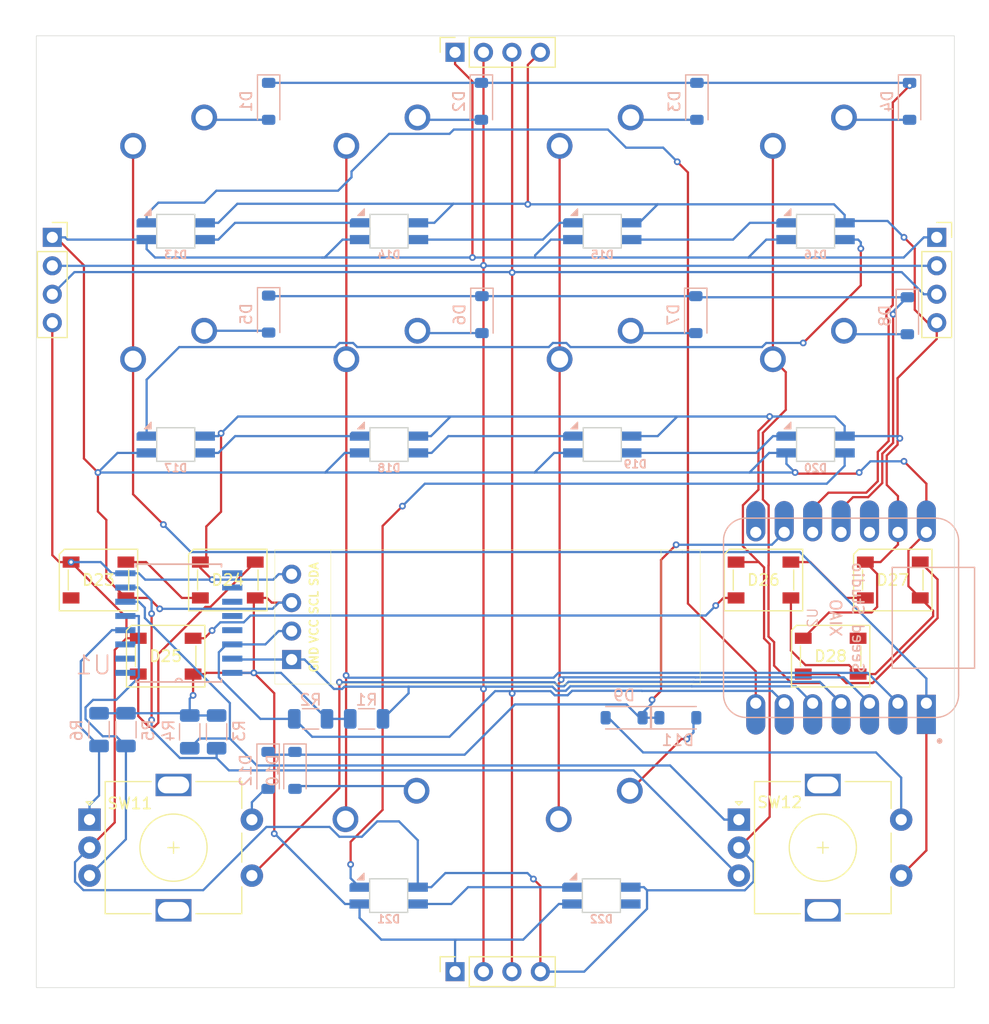
<source format=kicad_pcb>
(kicad_pcb (version 20240108) (generator "pcbnew") (generator_version "8.0")
  (layers (0 "F.Cu" signal) (31 "B.Cu" signal) (34 "B.Paste" user) (35 "F.Paste" user) (36 "B.SilkS" user "B.Silkscreen") (37 "F.SilkS" user "F.Silkscreen") (38 "B.Mask" user) (39 "F.Mask" user) (44 "Edge.Cuts" user))
  (net 0 "")
  (net 1 "ROW0")
  (net 2 "Net-(D1-A)")
  (net 3 "Net-(D2-A)")
  (net 4 "Net-(D3-A)")
  (net 5 "Net-(D4-A)")
  (net 6 "ROW1")
  (net 7 "Net-(D5-A)")
  (net 8 "Net-(D6-A)")
  (net 9 "Net-(D7-A)")
  (net 10 "Net-(D8-A)")
  (net 11 "ROW2")
  (net 12 "ENC_2_SWA")
  (net 13 "Net-(D10-A)")
  (net 14 "Net-(D11-A)")
  (net 15 "ENC_1_SWA")
  (net 16 "VCC")
  (net 17 "I2C_SDA")
  (net 18 "GND")
  (net 19 "I2C_SCL")
  (net 20 "ENC_2_B")
  (net 21 "ENC_2_A")
  (net 22 "ENC_1_B")
  (net 23 "ENC_1_A")
  (net 24 "COL0")
  (net 25 "COL1")
  (net 26 "COL2")
  (net 27 "COL3")
  (net 36 "RGB")
  (net 39 "Net-(D13-DOUT)")
  (net 40 "Net-(D14-DOUT)")
  (net 41 "Net-(D15-DOUT)")
  (net 42 "Net-(D16-DOUT)")
  (net 43 "Net-(D17-DOUT)")
  (net 44 "Net-(D18-DOUT)")
  (net 45 "Net-(D19-DOUT)")
  (net 46 "Net-(D20-DOUT)")
  (net 47 "Net-(D21-DOUT)")
  (net 49 "Net-(D23-DOUT)")
  (net 50 "STATUS_LED")
  (net 51 "Net-(D24-DOUT)")
  (net 52 "Net-(D25-DOUT)")
  (net 53 "Net-(D26-DOUT)")
  (net 54 "Net-(D27-DOUT)")
  (footprint "LED_SMD:LED_SK6812_PLCC4_5.0x5.0mm_P3.2mm" (layer "F.Cu") (at 123.05 98.4)
    (property "Reference" "D25")
    (property "Value" "SK6812")
  )
  (footprint "LED_SMD:LED_SK6812_PLCC4_5.0x5.0mm_P3.2mm" (layer "F.Cu") (at 182.45 98.4)
    (property "Reference" "D28")
    (property "Value" "SK6812")
  )
  (footprint "Components:MX-Solderable-1U" (layer "F.Cu") (at 181.1 55.37)
    (property "Reference" "SW4")
    (property "Value" "SW_Push_45deg")
  )
  (footprint "Components:MX-Solderable-1U" (layer "F.Cu") (at 161.97 115.5)
    (property "Reference" "SW10")
    (property "Value" "SW_Push_45deg")
  )
  (footprint "Components:MX-Solderable-1U" (layer "F.Cu") (at 123.95 55.37)
    (property "Reference" "SW1")
    (property "Value" "SW_Push_45deg")
  )
  (footprint "Components:4pin" (layer "F.Cu") (at 191.925 61)
    (property "Reference" "J5" (hide yes))
    (property "Value" "Conn_01x04")
  )
  (footprint "Components:SSD1306-0.91-OLED-4pin-128x32" (layer "F.Cu") (at 170.8 100.89 180)
    (property "Reference" "J1" (hide yes))
    (property "Value" "OLED_DISPLAY" (hide yes))
  )
  (footprint "LED_SMD:LED_SK6812_PLCC4_5.0x5.0mm_P3.2mm" (layer "F.Cu") (at 188 91.6)
    (property "Reference" "D27")
    (property "Value" "SK6812")
  )
  (footprint "Components:4pin" (layer "F.Cu") (at 112.925 61)
    (property "Reference" "J2" (hide yes))
    (property "Value" "Conn_01x04")
  )
  (footprint "Components:encoder" (layer "F.Cu") (at 174.25 113)
    (property "Reference" "SW12")
    (property "Value" "RotaryEncoder_Switch")
  )
  (footprint "LED_SMD:LED_SK6812_PLCC4_5.0x5.0mm_P3.2mm" (layer "F.Cu") (at 128.6 91.6)
    (property "Reference" "D24")
    (property "Value" "SK6812")
  )
  (footprint "LED_SMD:LED_SK6812_PLCC4_5.0x5.0mm_P3.2mm" (layer "F.Cu") (at 176.45 91.6)
    (property "Reference" "D26")
    (property "Value" "SK6812")
  )
  (footprint "LED_SMD:LED_SK6812_PLCC4_5.0x5.0mm_P3.2mm" (layer "F.Cu") (at 117.05 91.6)
    (property "Reference" "D23")
    (property "Value" "SK6812")
  )
  (footprint "Components:MX-Solderable-1U" (layer "F.Cu") (at 143 74.42)
    (property "Reference" "SW6")
    (property "Value" "SW_Push_45deg")
  )
  (footprint "Components:4pin" (layer "F.Cu") (at 148.9 44.475 90)
    (property "Reference" "J3" (hide yes))
    (property "Value" "Conn_01x04")
  )
  (footprint "Components:MX-Solderable-1U" (layer "F.Cu") (at 143 55.37)
    (property "Reference" "SW2")
    (property "Value" "SW_Push_45deg")
  )
  (footprint "Components:MX-Solderable-1U" (layer "F.Cu") (at 162.05 74.42)
    (property "Reference" "SW7")
    (property "Value" "SW_Push_45deg")
  )
  (footprint "Components:encoder" (layer "F.Cu") (at 116.25 113)
    (property "Reference" "SW11")
    (property "Value" "RotaryEncoder_Switch")
  )
  (footprint "Components:MX-Solderable-1U" (layer "F.Cu") (at 123.95 74.42)
    (property "Reference" "SW5")
    (property "Value" "SW_Push_45deg")
  )
  (footprint "Components:4pin" (layer "F.Cu") (at 148.9 126.575 90)
    (property "Reference" "J4" (hide yes))
    (property "Value" "Conn_01x04")
  )
  (footprint "Components:MX-Solderable-1U" (layer "F.Cu") (at 181.1 74.42)
    (property "Reference" "SW8")
    (property "Value" "SW_Push_45deg")
  )
  (footprint "Components:MX-Solderable-1U" (layer "F.Cu") (at 162.05 55.37)
    (property "Reference" "SW3")
    (property "Value" "SW_Push_45deg")
  )
  (footprint "Components:MX-Solderable-1U" (layer "F.Cu") (at 142.92 115.5)
    (property "Reference" "SW9")
    (property "Value" "SW_Push_45deg")
  )
  (footprint "Diode_SMD:D_SOD-123" (layer "B.Cu") (at 132.25 67.85 -90)
    (property "Reference" "D5")
    (property "Value" "D")
  )
  (footprint "Components:SK6812MINI-E" (layer "B.Cu") (at 162.05 79.5 180)
    (property "Reference" "D19")
    (property "Value" "SK6812" (hide yes))
    (fp_line (start 1.7 1.5) (end -1.7 1.5) (stroke (width 0.12)) (layer "Edge.Cuts"))
    (fp_line (start 1.7 -1.5) (end 1.7 1.5) (stroke (width 0.12)) (layer "Edge.Cuts"))
    (fp_line (start -1.7 1.5) (end -1.7 -1.5) (stroke (width 0.12)) (layer "Edge.Cuts"))
    (fp_line (start -1.7 -1.5) (end 1.7 -1.5) (stroke (width 0.12)) (layer "Edge.Cuts"))
  )
  (footprint "Resistor_SMD:R_1206_3216Metric" (layer "B.Cu") (at 125.2 105.1605 90)
    (property "Reference" "R4")
    (property "Value" "10k")
  )
  (footprint "Diode_SMD:D_SOD-123" (layer "B.Cu") (at 132.25 48.85 -90)
    (property "Reference" "D1")
    (property "Value" "D")
  )
  (footprint "Components:SK6812MINI-E" (layer "B.Cu") (at 142.97 119.7819 180)
    (property "Reference" "D21")
    (property "Value" "SK6812" (hide yes))
    (fp_line (start 1.7 1.5) (end -1.7 1.5) (stroke (width 0.12)) (layer "Edge.Cuts"))
    (fp_line (start 1.7 -1.5) (end 1.7 1.5) (stroke (width 0.12)) (layer "Edge.Cuts"))
    (fp_line (start -1.7 1.5) (end -1.7 -1.5) (stroke (width 0.12)) (layer "Edge.Cuts"))
    (fp_line (start -1.7 -1.5) (end 1.7 -1.5) (stroke (width 0.12)) (layer "Edge.Cuts"))
  )
  (footprint "Diode_SMD:D_SOD-123" (layer "B.Cu") (at 134.6 108.6 -90)
    (property "Reference" "D10")
    (property "Value" "D")
  )
  (footprint "Resistor_SMD:R_1206_3216Metric" (layer "B.Cu") (at 141 104 180)
    (property "Reference" "R1")
    (property "Value" "10k")
  )
  (footprint "Components:SK6812MINI-E" (layer "B.Cu") (at 181.1 60.45 180)
    (property "Reference" "D16")
    (property "Value" "SK6812" (hide yes))
    (fp_line (start 1.7 1.5) (end -1.7 1.5) (stroke (width 0.12)) (layer "Edge.Cuts"))
    (fp_line (start 1.7 -1.5) (end 1.7 1.5) (stroke (width 0.12)) (layer "Edge.Cuts"))
    (fp_line (start -1.7 1.5) (end -1.7 -1.5) (stroke (width 0.12)) (layer "Edge.Cuts"))
    (fp_line (start -1.7 -1.5) (end 1.7 -1.5) (stroke (width 0.12)) (layer "Edge.Cuts"))
  )
  (footprint "Components:SK6812MINI-E" (layer "B.Cu") (at 181.1 79.5 180)
    (property "Reference" "D20")
    (property "Value" "SK6812" (hide yes))
    (fp_line (start 1.7 1.5) (end -1.7 1.5) (stroke (width 0.12)) (layer "Edge.Cuts"))
    (fp_line (start 1.7 -1.5) (end 1.7 1.5) (stroke (width 0.12)) (layer "Edge.Cuts"))
    (fp_line (start -1.7 1.5) (end -1.7 -1.5) (stroke (width 0.12)) (layer "Edge.Cuts"))
    (fp_line (start -1.7 -1.5) (end 1.7 -1.5) (stroke (width 0.12)) (layer "Edge.Cuts"))
  )
  (footprint "Resistor_SMD:R_1206_3216Metric" (layer "B.Cu") (at 119.5 104.9605 90)
    (property "Reference" "R5")
    (property "Value" "10k")
  )
  (footprint "Diode_SMD:D_SOD-123" (layer "B.Cu") (at 151.25 48.85 -90)
    (property "Reference" "D2")
    (property "Value" "D")
  )
  (footprint "Diode_SMD:D_SOD-123" (layer "B.Cu") (at 170.4 67.9 -90)
    (property "Reference" "D7")
    (property "Value" "D")
  )
  (footprint "Resistor_SMD:R_1206_3216Metric" (layer "B.Cu") (at 117.1 104.9605 90)
    (property "Reference" "R6")
    (property "Value" "10k")
  )
  (footprint "Diode_SMD:D_SOD-123" (layer "B.Cu") (at 189.3 68 -90)
    (property "Reference" "D8")
    (property "Value" "D")
  )
  (footprint "Diode_SMD:D_SOD-123" (layer "B.Cu") (at 170.5 48.85 -90)
    (property "Reference" "D3")
    (property "Value" "D")
  )
  (footprint "Components:SK6812MINI-E" (layer "B.Cu") (at 143 79.5 180)
    (property "Reference" "D18")
    (property "Value" "SK6812" (hide yes))
    (fp_line (start 1.7 1.5) (end -1.7 1.5) (stroke (width 0.12)) (layer "Edge.Cuts"))
    (fp_line (start 1.7 -1.5) (end 1.7 1.5) (stroke (width 0.12)) (layer "Edge.Cuts"))
    (fp_line (start -1.7 1.5) (end -1.7 -1.5) (stroke (width 0.12)) (layer "Edge.Cuts"))
    (fp_line (start -1.7 -1.5) (end 1.7 -1.5) (stroke (width 0.12)) (layer "Edge.Cuts"))
  )
  (footprint "Components:SK6812MINI-E" (layer "B.Cu") (at 143 60.45 180)
    (property "Reference" "D14")
    (property "Value" "SK6812" (hide yes))
    (fp_line (start 1.7 1.5) (end -1.7 1.5) (stroke (width 0.12)) (layer "Edge.Cuts"))
    (fp_line (start 1.7 -1.5) (end 1.7 1.5) (stroke (width 0.12)) (layer "Edge.Cuts"))
    (fp_line (start -1.7 1.5) (end -1.7 -1.5) (stroke (width 0.12)) (layer "Edge.Cuts"))
    (fp_line (start -1.7 -1.5) (end 1.7 -1.5) (stroke (width 0.12)) (layer "Edge.Cuts"))
  )
  (footprint "Components:SK6812MINI-E" (layer "B.Cu") (at 123.95 60.45 180)
    (property "Reference" "D13")
    (property "Value" "SK6812" (hide yes))
    (fp_line (start 1.7 1.5) (end -1.7 1.5) (stroke (width 0.12)) (layer "Edge.Cuts"))
    (fp_line (start 1.7 -1.5) (end 1.7 1.5) (stroke (width 0.12)) (layer "Edge.Cuts"))
    (fp_line (start -1.7 1.5) (end -1.7 -1.5) (stroke (width 0.12)) (layer "Edge.Cuts"))
    (fp_line (start -1.7 -1.5) (end 1.7 -1.5) (stroke (width 0.12)) (layer "Edge.Cuts"))
  )
  (footprint "Components:SK6812MINI-E" (layer "B.Cu") (at 123.95 79.5 180)
    (property "Reference" "D17")
    (property "Value" "SK6812" (hide yes))
    (fp_line (start 1.7 1.5) (end -1.7 1.5) (stroke (width 0.12)) (layer "Edge.Cuts"))
    (fp_line (start 1.7 -1.5) (end 1.7 1.5) (stroke (width 0.12)) (layer "Edge.Cuts"))
    (fp_line (start -1.7 1.5) (end -1.7 -1.5) (stroke (width 0.12)) (layer "Edge.Cuts"))
    (fp_line (start -1.7 -1.5) (end 1.7 -1.5) (stroke (width 0.12)) (layer "Edge.Cuts"))
  )
  (footprint "Diode_SMD:D_SOD-123" (layer "B.Cu") (at 164 103.9 180)
    (property "Reference" "D9")
    (property "Value" "D")
  )
  (footprint "Components:SOIC127P1032X265-16N" (layer "B.Cu") (at 124.2248 95.445)
    (property "Reference" "U1")
    (property "Value" "PCF8574A")
  )
  (footprint "Components:SK6812MINI-E" (layer "B.Cu") (at 162.05 60.45 180)
    (property "Reference" "D15")
    (property "Value" "SK6812" (hide yes))
    (fp_line (start 1.7 1.5) (end -1.7 1.5) (stroke (width 0.12)) (layer "Edge.Cuts"))
    (fp_line (start 1.7 -1.5) (end 1.7 1.5) (stroke (width 0.12)) (layer "Edge.Cuts"))
    (fp_line (start -1.7 1.5) (end -1.7 -1.5) (stroke (width 0.12)) (layer "Edge.Cuts"))
    (fp_line (start -1.7 -1.5) (end 1.7 -1.5) (stroke (width 0.12)) (layer "Edge.Cuts"))
  )
  (footprint "Diode_SMD:D_SOD-123" (layer "B.Cu") (at 168.8 103.9)
    (property "Reference" "D11")
    (property "Value" "D")
  )
  (footprint "Resistor_SMD:R_1206_3216Metric" (layer "B.Cu") (at 136 104)
    (property "Reference" "R2")
    (property "Value" "10k")
  )
  (footprint "Diode_SMD:D_SOD-123" (layer "B.Cu") (at 189.5 48.85 -90)
    (property "Reference" "D4")
    (property "Value" "D")
  )
  (footprint "Diode_SMD:D_SOD-123" (layer "B.Cu") (at 132.2 108.6 -90)
    (property "Reference" "D12")
    (property "Value" "D")
  )
  (footprint "Resistor_SMD:R_1206_3216Metric" (layer "B.Cu") (at 127.6 105.1605 90)
    (property "Reference" "R3")
    (property "Value" "10k")
  )
  (footprint "Components:XIAO-Generic-Hybrid-14P-2.54-21X17.8MM" (layer "B.Cu") (at 183.38 94.975 90)
    (property "Reference" "U2")
    (property "Value" "MOUDLE-SEEEDUINO-XIAO" (hide yes))
  )
  (footprint "Components:SK6812MINI-E" (layer "B.Cu") (at 161.97 119.7819 180)
    (property "Reference" "D22")
    (property "Value" "SK6812" (hide yes))
    (fp_line (start 1.7 1.5) (end -1.7 1.5) (stroke (width 0.12)) (layer "Edge.Cuts"))
    (fp_line (start 1.7 -1.5) (end 1.7 1.5) (stroke (width 0.12)) (layer "Edge.Cuts"))
    (fp_line (start -1.7 1.5) (end -1.7 -1.5) (stroke (width 0.12)) (layer "Edge.Cuts"))
    (fp_line (start -1.7 -1.5) (end 1.7 -1.5) (stroke (width 0.12)) (layer "Edge.Cuts"))
  )
  (footprint "Diode_SMD:D_SOD-123" (layer "B.Cu") (at 151.3 67.9 -90)
    (property "Reference" "D6")
    (property "Value" "D")
  )
  (gr_rect (start 111.5 43) (end 193.5 128) (stroke (width 0.05)) (fill none) (layer "Edge.Cuts"))
  (segment (start 182.249952 83.8) (end 180.84 85.209952) (width 0.2) (layer "F.Cu") (net 1))
  (segment (start 186.660015 80.157294) (end 186.660015 82.774299) (width 0.2) (layer "F.Cu") (net 1))
  (segment (start 188 48.95) (end 188 67.051471) (width 0.2) (layer "F.Cu") (net 1))
  (segment (start 188 67.051471) (end 187.429 67.622471) (width 0.2) (layer "F.Cu") (net 1))
  (segment (start 186.660015 82.774299) (end 185.634314 83.8) (width 0.2) (layer "F.Cu") (net 1))
  (segment (start 189.5 47.45) (end 188 48.95) (width 0.2) (layer "F.Cu") (net 1))
  (segment (start 187.629 68.319529) (end 187.629 79.188309) (width 0.2) (layer "F.Cu") (net 1))
  (segment (start 187.629 79.188309) (end 186.660015 80.157294) (width 0.2) (layer "F.Cu") (net 1))
  (segment (start 187.429 68.119529) (end 187.629 68.319529) (width 0.2) (layer "F.Cu") (net 1))
  (segment (start 180.84 85.209952) (end 180.84 87.35) (width 0.2) (layer "F.Cu") (net 1))
  (segment (start 185.634314 83.8) (end 182.249952 83.8) (width 0.2) (layer "F.Cu") (net 1))
  (segment (start 187.429 67.622471) (end 187.429 68.119529) (width 0.2) (layer "F.Cu") (net 1))
  (via (at 189.5 47.45) (size 0.6) (drill 0.3) (layers "F.Cu" "B.Cu") (net 1))
  (segment (start 151.25 47.2) (end 170.5 47.2) (width 0.2) (layer "B.Cu") (net 1))
  (segment (start 132.25 47.2) (end 151.25 47.2) (width 0.2) (layer "B.Cu") (net 1))
  (segment (start 170.5 47.2) (end 189.5 47.2) (width 0.2) (layer "B.Cu") (net 1))
  (segment (start 126.53 50.25) (end 126.49 50.29) (width 0.2) (layer "B.Cu") (net 2))
  (segment (start 126.7 50.5) (end 126.49 50.29) (width 0.2) (layer "B.Cu") (net 2))
  (segment (start 132.25 50.5) (end 126.7 50.5) (width 0.2) (layer "B.Cu") (net 2))
  (segment (start 145.75 50.5) (end 145.54 50.29) (width 0.2) (layer "B.Cu") (net 3))
  (segment (start 145.58 50.25) (end 145.54 50.29) (width 0.2) (layer "B.Cu") (net 3))
  (segment (start 151.25 50.5) (end 145.75 50.5) (width 0.2) (layer "B.Cu") (net 3))
  (segment (start 164.63 50.25) (end 164.59 50.29) (width 0.2) (layer "B.Cu") (net 4))
  (segment (start 164.8 50.5) (end 164.59 50.29) (width 0.2) (layer "B.Cu") (net 4))
  (segment (start 170.5 50.5) (end 164.8 50.5) (width 0.2) (layer "B.Cu") (net 4))
  (segment (start 183.68 50.25) (end 183.64 50.29) (width 0.2) (layer "B.Cu") (net 5))
  (segment (start 183.85 50.5) (end 183.64 50.29) (width 0.2) (layer "B.Cu") (net 5))
  (segment (start 189.5 50.5) (end 183.85 50.5) (width 0.2) (layer "B.Cu") (net 5))
  (segment (start 183.38 85.263654) (end 183.38 87.35) (width 0.2) (layer "F.Cu") (net 6))
  (segment (start 184.443654 84.2) (end 183.38 85.263654) (width 0.2) (layer "F.Cu") (net 6))
  (segment (start 188.029 67.871) (end 188.029 79.353995) (width 0.2) (layer "F.Cu") (net 6))
  (segment (start 187.060015 82.939985) (end 185.8 84.2) (width 0.2) (layer "F.Cu") (net 6))
  (segment (start 185.8 84.2) (end 184.443654 84.2) (width 0.2) (layer "F.Cu") (net 6))
  (segment (start 188.029 79.353995) (end 187.060015 80.32298) (width 0.2) (layer "F.Cu") (net 6))
  (segment (start 187.060015 80.32298) (end 187.060015 82.939985) (width 0.2) (layer "F.Cu") (net 6))
  (via (at 188.029 67.871) (size 0.6) (drill 0.3) (layers "F.Cu" "B.Cu") (net 6))
  (segment (start 189.3 66.6) (end 189.2 66.5) (width 0.2) (layer "B.Cu") (net 6))
  (segment (start 132.3 66.5) (end 132.25 66.45) (width 0.2) (layer "B.Cu") (net 6))
  (segment (start 132.25 66.2) (end 132.3 66.2) (width 0.2) (layer "B.Cu") (net 6))
  (segment (start 170.4 66.25) (end 151.3 66.25) (width 0.2) (layer "B.Cu") (net 6))
  (segment (start 189.3 66.35) (end 188.029 67.621) (width 0.2) (layer "B.Cu") (net 6))
  (segment (start 132.3 66.2) (end 132.35 66.25) (width 0.2) (layer "B.Cu") (net 6))
  (segment (start 189.3 66.35) (end 170.5 66.35) (width 0.2) (layer "B.Cu") (net 6))
  (segment (start 170.5 66.35) (end 170.4 66.25) (width 0.2) (layer "B.Cu") (net 6))
  (segment (start 132.35 66.25) (end 151.3 66.25) (width 0.2) (layer "B.Cu") (net 6))
  (segment (start 188.029 67.621) (end 188.029 67.871) (width 0.2) (layer "B.Cu") (net 6))
  (segment (start 132.25 69.5) (end 132.2 69.5) (width 0.2) (layer "B.Cu") (net 7))
  (segment (start 132.2 69.5) (end 132.04 69.34) (width 0.2) (layer "B.Cu") (net 7))
  (segment (start 132.04 69.34) (end 126.49 69.34) (width 0.2) (layer "B.Cu") (net 7))
  (segment (start 126.58 69.25) (end 126.49 69.34) (width 0.2) (layer "B.Cu") (net 7))
  (segment (start 145.75 69.55) (end 145.54 69.34) (width 0.2) (layer "B.Cu") (net 8))
  (segment (start 151.3 69.55) (end 145.75 69.55) (width 0.2) (layer "B.Cu") (net 8))
  (segment (start 145.58 69.3) (end 145.54 69.34) (width 0.2) (layer "B.Cu") (net 8))
  (segment (start 164.8 69.55) (end 164.59 69.34) (width 0.2) (layer "B.Cu") (net 9))
  (segment (start 164.63 69.3) (end 164.59 69.34) (width 0.2) (layer "B.Cu") (net 9))
  (segment (start 170.4 69.55) (end 164.8 69.55) (width 0.2) (layer "B.Cu") (net 9))
  (segment (start 183.95 69.65) (end 183.64 69.34) (width 0.2) (layer "B.Cu") (net 10))
  (segment (start 189.3 69.65) (end 183.95 69.65) (width 0.2) (layer "B.Cu") (net 10))
  (segment (start 166.5 102.3) (end 167.3 101.5) (width 0.2) (layer "F.Cu") (net 11))
  (segment (start 167.3 89.7997) (end 168.648 88.4517) (width 0.2) (layer "F.Cu") (net 11))
  (segment (start 167.3 101.5) (end 167.3 89.7997) (width 0.2) (layer "F.Cu") (net 11))
  (via (at 166.5 102.3) (size 0.6) (drill 0.3) (layers "F.Cu" "B.Cu") (net 11))
  (via (at 168.648 88.4517) (size 0.6) (drill 0.3) (layers "F.Cu" "B.Cu") (net 11))
  (segment (start 167.4 103.9) (end 165.4 103.9) (width 0.2) (layer "B.Cu") (net 11))
  (segment (start 166.5 102.612) (end 165.306 103.806) (width 0.2) (layer "B.Cu") (net 11))
  (segment (start 149.754 107.2) (end 154.244 102.71) (width 0.2) (layer "B.Cu") (net 11))
  (segment (start 134.6 107.2) (end 149.754 107.2) (width 0.2) (layer "B.Cu") (net 11))
  (segment (start 165.306 103.806) (end 165.4 103.9) (width 0.2) (layer "B.Cu") (net 11))
  (segment (start 132.2 107.2) (end 134.6 107.2) (width 0.2) (layer "B.Cu") (net 11))
  (segment (start 164.21 102.71) (end 165.306 103.806) (width 0.2) (layer "B.Cu") (net 11))
  (segment (start 168.648 88.4517) (end 177.1983 88.4517) (width 0.2) (layer "B.Cu") (net 11))
  (segment (start 166.5 102.3) (end 166.5 102.612) (width 0.2) (layer "B.Cu") (net 11))
  (segment (start 154.244 102.71) (end 164.21 102.71) (width 0.2) (layer "B.Cu") (net 11))
  (segment (start 177.1983 88.4517) (end 178.3 87.35) (width 0.2) (layer "B.Cu") (net 11))
  (segment (start 165.7 107) (end 162.6 103.9) (width 0.2) (layer "B.Cu") (net 12))
  (segment (start 188.75 109.25) (end 186.5 107) (width 0.2) (layer "B.Cu") (net 12))
  (segment (start 186.5 107) (end 165.7 107) (width 0.2) (layer "B.Cu") (net 12))
  (segment (start 188.75 113) (end 188.75 109.25) (width 0.2) (layer "B.Cu") (net 12))
  (segment (start 134.6 110) (end 145.04 110) (width 0.2) (layer "B.Cu") (net 13))
  (segment (start 145.04 110) (end 145.46 110.42) (width 0.2) (layer "B.Cu") (net 13))
  (segment (start 169.13 105.8) (end 169.6 105.8) (width 0.2) (layer "F.Cu") (net 14))
  (segment (start 164.51 110.42) (end 169.13 105.8) (width 0.2) (layer "F.Cu") (net 14))
  (via (at 169.6 105.8) (size 0.6) (drill 0.3) (layers "F.Cu" "B.Cu") (net 14))
  (segment (start 169.6 105.8) (end 170.2 105.2) (width 0.2) (layer "B.Cu") (net 14))
  (segment (start 170.2 105.2) (end 170.2 103.9) (width 0.2) (layer "B.Cu") (net 14))
  (segment (start 130.75 111.45) (end 130.75 113) (width 0.2) (layer "B.Cu") (net 15))
  (segment (start 132.2 110) (end 130.75 111.45) (width 0.2) (layer "B.Cu") (net 15))
  (segment (start 189.398 88.952) (end 189.398 92.148) (width 0.2) (layer "F.Cu") (net 16))
  (segment (start 117 82) (end 117 85.4846) (width 0.2) (layer "F.Cu") (net 16))
  (segment (start 119.5 93.2) (end 121.546 93.2) (width 0.2) (layer "F.Cu") (net 16))
  (segment (start 121.546 93.2) (end 122.518 94.1721) (width 0.2) (layer "F.Cu") (net 16))
  (segment (start 184.9 100) (end 186.434314 100) (width 0.2) (layer "F.Cu") (net 16))
  (segment (start 115.75 63.5) (end 113.25 61) (width 0.2) (layer "F.Cu") (net 16))
  (segment (start 179.275736 82) (end 179.375736 82.1) (width 0.2) (layer "F.Cu") (net 16))
  (segment (start 191 87.35) (end 189.398 88.952) (width 0.2) (layer "F.Cu") (net 16))
  (segment (start 184.9 82.1) (end 185 82) (width 0.2) (layer "F.Cu") (net 16))
  (segment (start 148.9 45.5264) (end 148.9 44.475) (width 0.2) (layer "F.Cu") (net 16))
  (segment (start 180.2 99.2) (end 178.9 97.9) (width 0.2) (layer "F.Cu") (net 16))
  (segment (start 191.6 94.834314) (end 191.6 94.35) (width 0.2) (layer "F.Cu") (net 16))
  (segment (start 115.75 80.75) (end 115.75 63.5) (width 0.2) (layer "F.Cu") (net 16))
  (segment (start 184.1 99.2) (end 180.2 99.2) (width 0.2) (layer "F.Cu") (net 16))
  (segment (start 117 82) (end 115.75 80.75) (width 0.2) (layer "F.Cu") (net 16))
  (segment (start 117.75 91.45) (end 117.75 86.2346) (width 0.2) (layer "F.Cu") (net 16))
  (segment (start 113.25 61) (end 112.925 61) (width 0.2) (layer "F.Cu") (net 16))
  (segment (start 150.453 62.8) (end 150.453 47.0794) (width 0.2) (layer "F.Cu") (net 16))
  (segment (start 132.75 101.714) (end 130.926 99.89) (width 0.2) (layer "F.Cu") (net 16))
  (segment (start 130.926 93.5868) (end 130.926 99.89) (width 0.2) (layer "F.Cu") (net 16))
  (segment (start 126.662 99.89) (end 130.926 99.89) (width 0.2) (layer "F.Cu") (net 16))
  (segment (start 191 87.35) (end 191 83) (width 0.2) (layer "F.Cu") (net 16))
  (segment (start 119.5 93.2) (end 117.75 91.45) (width 0.2) (layer "F.Cu") (net 16))
  (segment (start 150.453 47.0794) (end 148.9 45.5264) (width 0.2) (layer "F.Cu") (net 16))
  (segment (start 186.434314 100) (end 191.6 94.834314) (width 0.2) (layer "F.Cu") (net 16))
  (segment (start 178.9 97.9) (end 178.9 93.2) (width 0.2) (layer "F.Cu") (net 16))
  (segment (start 134.3 93.62) (end 132.522 93.62) (width 0.2) (layer "F.Cu") (net 16))
  (segment (start 126.552 100) (end 126.662 99.89) (width 0.2) (layer "F.Cu") (net 16))
  (segment (start 132.102 93.2) (end 131.313 93.2) (width 0.2) (layer "F.Cu") (net 16))
  (segment (start 125.5 100) (end 126.552 100) (width 0.2) (layer "F.Cu") (net 16))
  (segment (start 117 85.4846) (end 117.75 86.2346) (width 0.2) (layer "F.Cu") (net 16))
  (segment (start 131.313 93.2) (end 130.926 93.5868) (width 0.2) (layer "F.Cu") (net 16))
  (segment (start 189.398 92.148) (end 190.45 93.2) (width 0.2) (layer "F.Cu") (net 16))
  (segment (start 132.75 114.25) (end 132.75 101.714) (width 0.2) (layer "F.Cu") (net 16))
  (segment (start 184.9 100) (end 184.1 99.2) (width 0.2) (layer "F.Cu") (net 16))
  (segment (start 132.522 93.62) (end 132.102 93.2) (width 0.2) (layer "F.Cu") (net 16))
  (segment (start 191 83) (end 189 81) (width 0.2) (layer "F.Cu") (net 16))
  (segment (start 191.6 94.35) (end 190.45 93.2) (width 0.2) (layer "F.Cu") (net 16))
  (segment (start 125.5 101.9) (end 125.5 100) (width 0.2) (layer "F.Cu") (net 16))
  (segment (start 131.05 93.2) (end 131.313 93.2) (width 0.2) (layer "F.Cu") (net 16))
  (segment (start 179.375736 82.1) (end 184.9 82.1) (width 0.2) (layer "F.Cu") (net 16))
  (via (at 189 81) (size 0.6) (drill 0.3) (layers "F.Cu" "B.Cu") (net 16))
  (via (at 117 82) (size 0.6) (drill 0.3) (layers "F.Cu" "B.Cu") (net 16))
  (via (at 150.453 62.8) (size 0.6) (drill 0.3) (layers "F.Cu" "B.Cu") (net 16))
  (via (at 125.5 101.9) (size 0.6) (drill 0.3) (layers "F.Cu" "B.Cu") (net 16))
  (via (at 179.275736 82) (size 0.6) (drill 0.3) (layers "F.Cu" "B.Cu") (net 16))
  (via (at 122.518 94.1721) (size 0.6) (drill 0.3) (layers "F.Cu" "B.Cu") (net 16))
  (via (at 132.75 114.25) (size 0.6) (drill 0.3) (layers "F.Cu" "B.Cu") (net 16))
  (via (at 130.926 99.89) (size 0.6) (drill 0.3) (layers "F.Cu" "B.Cu") (net 16))
  (via (at 185 82) (size 0.6) (drill 0.3) (layers "F.Cu" "B.Cu") (net 16))
  (segment (start 137.35 81.95) (end 137.3 82) (width 0.2) (layer "B.Cu") (net 16))
  (segment (start 158.168 120.532) (end 159.37 120.532) (width 0.2) (layer "B.Cu") (net 16))
  (segment (start 114.277 61.2) (end 114.077 61) (width 0.2) (layer "B.Cu") (net 16))
  (segment (start 175.2 82) (end 156 82) (width 0.2) (layer "B.Cu") (net 16))
  (segment (start 188.973 62.8) (end 190.773 61) (width 0.2) (layer "B.Cu") (net 16))
  (segment (start 137.462 104) (end 133.352 99.89) (width 0.2) (layer "B.Cu") (net 16))
  (segment (start 157.45 61.2) (end 156.05 62.6) (width 0.2) (layer "B.Cu") (net 16))
  (segment (start 156.05 62.6) (end 156.05 62.8) (width 0.2) (layer "B.Cu") (net 16))
  (segment (start 140.37 121.77) (end 142.315 123.715) (width 0.2) (layer "B.Cu") (net 16))
  (segment (start 178.5 80.25) (end 178.5 81.224264) (width 0.2) (layer "B.Cu") (net 16))
  (segment (start 121.35 62.05) (end 122.1 62.8) (width 0.2) (layer "B.Cu") (net 16))
  (segment (start 140.4 80.25) (end 139.05 80.25) (width 0.2) (layer "B.Cu") (net 16))
  (segment (start 137 62.8) (end 137.25 62.8) (width 0.2) (layer "B.Cu") (net 16))
  (segment (start 137.4625 104) (end 137.462 104) (width 0.2) (layer "B.Cu") (net 16))
  (segment (start 118.75 80.25) (end 117 82) (width 0.2) (layer "B.Cu") (net 16))
  (segment (start 154.985 123.715) (end 158.168 120.532) (width 0.2) (layer "B.Cu") (net 16))
  (segment (start 140.37 120.532) (end 140.37 121.77) (width 0.2) (layer "B.Cu") (net 16))
  (segment (start 138.85 61.2) (end 140.4 61.2) (width 0.2) (layer "B.Cu") (net 16))
  (segment (start 121.35 61.2) (end 114.277 61.2) (width 0.2) (layer "B.Cu") (net 16))
  (segment (start 122.1 62.8) (end 137 62.8) (width 0.2) (layer "B.Cu") (net 16))
  (segment (start 127.6 103.698) (end 125.2 103.698) (width 0.2) (layer "B.Cu") (net 16))
  (segment (start 119.503 103.495) (end 119.5 103.498) (width 0.2) (layer "B.Cu") (net 16))
  (segment (start 132.596 94.1721) (end 122.518 94.1721) (width 0.2) (layer "B.Cu") (net 16))
  (segment (start 134.3 93.62) (end 133.148 93.62) (width 0.2) (layer "B.Cu") (net 16))
  (segment (start 133.352 99.89) (end 130.926 99.89) (width 0.2) (layer "B.Cu") (net 16))
  (segment (start 176.95 80.25) (end 175.2 82) (width 0.2) (layer "B.Cu") (net 16))
  (segment (start 190.773 61) (end 191.925 61) (width 0.2) (layer "B.Cu") (net 16))
  (segment (start 159.45 61.2) (end 157.45 61.2) (width 0.2) (layer "B.Cu") (net 16))
  (segment (start 125.2 102.2) (end 125.2 103.698) (width 0.2) (layer "B.Cu") (net 16))
  (segment (start 121.35 80.25) (end 118.75 80.25) (width 0.2) (layer "B.Cu") (net 16))
  (segment (start 121.35 61.2) (end 121.35 62.05) (width 0.2) (layer "B.Cu") (net 16))
  (segment (start 133.148 93.62) (end 132.596 94.1721) (width 0.2) (layer "B.Cu") (net 16))
  (segment (start 156 82) (end 137.3 82) (width 0.2) (layer "B.Cu") (net 16))
  (segment (start 178.5 80.25) (end 176.95 80.25) (width 0.2) (layer "B.Cu") (net 16))
  (segment (start 176.7 61.2) (end 175.1 62.8) (width 0.2) (layer "B.Cu") (net 16))
  (segment (start 178.5 81.224264) (end 179.275736 82) (width 0.2) (layer "B.Cu") (net 16))
  (segment (start 149 123.715) (end 148.9 123.815) (width 0.2) (layer "B.Cu") (net 16))
  (segment (start 139.071 120.532) (end 140.3699 120.532) (width 0.2) (layer "B.Cu") (net 16))
  (segment (start 117.1 103.498) (end 119.5 103.498) (width 0.2) (layer "B.Cu") (net 16))
  (segment (start 132.789 114.25) (end 139.071 120.532) (width 0.2) (layer "B.Cu") (net 16))
  (segment (start 150.453 62.8) (end 137 62.8) (width 0.2) (layer "B.Cu") (net 16))
  (segment (start 175.1 62.8) (end 188.973 62.8) (width 0.2) (layer "B.Cu") (net 16))
  (segment (start 189 81) (end 186 81) (width 0.2) (layer "B.Cu") (net 16))
  (segment (start 125.5 101.9) (end 125.2 102.2) (width 0.2) (layer "B.Cu") (net 16))
  (segment (start 148.9 123.815) (end 148.9 126.575) (width 0.2) (layer "B.Cu") (net 16))
  (segment (start 140.3699 120.532) (end 140.37 120.532) (width 0.2) (layer "B.Cu") (net 16))
  (segment (start 130.926 99.89) (end 129 99.89) (width 0.2) (layer "B.Cu") (net 16))
  (segment (start 179.275736 82) (end 175.2 82) (width 0.2) (layer "B.Cu") (net 16))
  (segment (start 157.75 80.25) (end 156 82) (width 0.2) (layer "B.Cu") (net 16))
  (segment (start 137.3 82) (end 117 82) (width 0.2) (layer "B.Cu") (net 16))
  (segment (start 159.45 80.25) (end 157.75 80.25) (width 0.2) (layer "B.Cu") (net 16))
  (segment (start 132.75 114.25) (end 132.789 114.25) (width 0.2) (layer "B.Cu") (net 16))
  (segment (start 156.05 62.8) (end 175.1 62.8) (width 0.2) (layer "B.Cu") (net 16))
  (segment (start 140.3699 120.532) (end 140.37 120.5319) (width 0.2) (layer "B.Cu") (net 16))
  (segment (start 114.077 61) (end 112.925 61) (width 0.2) (layer "B.Cu") (net 16))
  (segment (start 149 123.715) (end 154.985 123.715) (width 0.2) (layer "B.Cu") (net 16))
  (segment (start 186 81) (end 185 82) (width 0.2) (layer "B.Cu") (net 16))
  (segment (start 159.37 120.5319) (end 159.37 120.532) (width 0.2) (layer "B.Cu") (net 16))
  (segment (start 137.25 62.8) (end 138.85 61.2) (width 0.2) (layer "B.Cu") (net 16))
  (segment (start 125.2 103.698) (end 124.997 103.495) (width 0.2) (layer "B.Cu") (net 16))
  (segment (start 142.315 123.715) (end 149 123.715) (width 0.2) (layer "B.Cu") (net 16))
  (segment (start 178.5 61.2) (end 176.7 61.2) (width 0.2) (layer "B.Cu") (net 16))
  (segment (start 139.5375 104) (end 137.4625 104) (width 0.2) (layer "B.Cu") (net 16))
  (segment (start 139.05 80.25) (end 137.35 81.95) (width 0.2) (layer "B.Cu") (net 16))
  (segment (start 124.997 103.495) (end 119.503 103.495) (width 0.2) (layer "B.Cu") (net 16))
  (segment (start 156.05 62.8) (end 150.453 62.8) (width 0.2) (layer "B.Cu") (net 16))
  (segment (start 151.44 101.325) (end 151.44 126.575) (width 0.2) (layer "F.Cu") (net 17))
  (segment (start 151.44 63.5) (end 151.44 44.475) (width 0.2) (layer "F.Cu") (net 17))
  (segment (start 151.44 63.5) (end 151.44 101.325) (width 0.2) (layer "F.Cu") (net 17))
  (via (at 151.44 63.5) (size 0.6) (drill 0.3) (layers "F.Cu" "B.Cu") (net 17))
  (via (at 151.44 101.325) (size 0.6) (drill 0.3) (layers "F.Cu" "B.Cu") (net 17))
  (segment (start 158.793215 101.4915) (end 159.193215 101.0915) (width 0.2) (layer "B.Cu") (net 17))
  (segment (start 170.042942 101.097) (end 179.337 101.097) (width 0.2) (layer "B.Cu") (net 17))
  (segment (start 151.44 63.5) (end 151.4 63.54) (width 0.2) (layer "B.Cu") (net 17))
  (segment (start 134.3 98.7) (end 135.452 98.7) (width 0.2) (layer "B.Cu") (net 17))
  (segment (start 144.75 101.125) (end 151.24 101.125) (width 0.2) (layer "B.Cu") (net 17))
  (segment (start 151.64 101.125) (end 157.598285 101.125) (width 0.2) (layer "B.Cu") (net 17))
  (segment (start 157.598285 101.125) (end 157.964785 101.4915) (width 0.2) (layer "B.Cu") (net 17))
  (segment (start 129 98.62) (end 129.08 98.7) (width 0.2) (layer "B.Cu") (net 17))
  (segment (start 170.037442 101.0915) (end 170.042942 101.097) (width 0.2) (layer "B.Cu") (net 17))
  (segment (start 157.964785 101.4915) (end 158.793215 101.4915) (width 0.2) (layer "B.Cu") (net 17))
  (segment (start 151.44 63.5) (end 151.48 63.54) (width 0.2) (layer "B.Cu") (net 17))
  (segment (start 179.337 101.097) (end 180.84 102.6) (width 0.2) (layer "B.Cu") (net 17))
  (segment (start 138.077 101.325) (end 138.815529 101.325) (width 0.2) (layer "B.Cu") (net 17))
  (segment (start 151.4 63.54) (end 112.925 63.54) (width 0.2) (layer "B.Cu") (net 17))
  (segment (start 138.815529 101.325) (end 139.015529 101.125) (width 0.2) (layer "B.Cu") (net 17))
  (segment (start 151.24 101.125) (end 151.44 101.325) (width 0.2) (layer "B.Cu") (net 17))
  (segment (start 139.015529 101.125) (end 144.75 101.125) (width 0.2) (layer "B.Cu") (net 17))
  (segment (start 129.08 98.7) (end 134.3 98.7) (width 0.2) (layer "B.Cu") (net 17))
  (segment (start 159.193215 101.0915) (end 170.037442 101.0915) (width 0.2) (layer "B.Cu") (net 17))
  (segment (start 151.48 63.54) (end 191.925 63.54) (width 0.2) (layer "B.Cu") (net 17))
  (segment (start 151.44 101.325) (end 151.64 101.125) (width 0.2) (layer "B.Cu") (net 17))
  (segment (start 144.75 101.7125) (end 144.75 101.125) (width 0.2) (layer "B.Cu") (net 17))
  (segment (start 142.4625 104) (end 144.75 101.7125) (width 0.2) (layer "B.Cu") (net 17))
  (segment (start 135.452 98.7) (end 138.077 101.325) (width 0.2) (layer "B.Cu") (net 17))
  (segment (start 174.61 84.923654) (end 174.61 88.58) (width 0.2) (layer "F.Cu") (net 18))
  (segment (start 189.96 67.4605) (end 191.12 68.62) (width 0.2) (layer "F.Cu") (net 18))
  (segment (start 114.6 90) (end 113.548 90) (width 0.2) (layer "F.Cu") (net 18))
  (segment (start 176.5 96.815686) (end 177 97.315686) (width 0.2) (layer "F.Cu") (net 18))
  (segment (start 128.001 78.501) (end 128 78.502) (width 0.2) (layer "F.Cu") (net 18))
  (segment (start 174 90) (end 176.03 90) (width 0.2) (layer "F.Cu") (net 18))
  (segment (start 188.629 78.95) (end 188.429 78.75) (width 0.2) (layer "F.Cu") (net 18))
  (segment (start 188.46 84.105656) (end 188.46 87.35) (width 0.2) (layer "F.Cu") (net 18))
  (segment (start 188.429 79.519681) (end 187.460015 80.488666) (width 0.2) (layer "F.Cu") (net 18))
  (segment (start 180 96.8) (end 182.3 94.5) (width 0.2) (layer "F.Cu") (net 18))
  (segment (start 188.429 78.75) (end 188.429 73.571) (width 0.2) (layer "F.Cu") (net 18))
  (segment (start 174.61 88.58) (end 176.03 90) (width 0.2) (layer "F.Cu") (net 18))
  (segment (start 155.4 45.595) (end 156.52 44.475) (width 0.2) (layer "F.Cu") (net 18))
  (segment (start 177 112.75) (end 174.25 115.5) (width 0.2) (layer "F.Cu") (net 18))
  (segment (start 126.15 90) (end 126.15 90.5164) (width 0.2) (layer "F.Cu") (net 18))
  (segment (start 177 77.282843) (end 176 78.282843) (width 0.2) (layer "F.Cu") (net 18))
  (segment (start 113.548 90) (end 112.925 89.377) (width 0.2) (layer "F.Cu") (net 18))
  (segment (start 176.5 90.47) (end 176.5 96.815686) (width 0.2) (layer "F.Cu") (net 18))
  (segment (start 126.15 90.5164) (end 127.202 91.5684) (width 0.2) (layer "F.Cu") (net 18))
  (segment (start 126.15 90) (end 126.676 90) (width 0.2) (layer "F.Cu") (net 18))
  (segment (start 176 83.533654) (end 174.61 84.923654) (width 0.2) (layer "F.Cu") (net 18))
  (segment (start 191.925 70.075) (end 191.925 68.62) (width 0.2) (layer "F.Cu") (net 18))
  (segment (start 185.55 90) (end 186.9 90) (width 0.2) (layer "F.Cu") (net 18))
  (segment (start 188.429 79.15) (end 188.429 79.519681) (width 0.2) (layer "F.Cu") (net 18))
  (segment (start 114.6 90) (end 119.548 94.948) (width 0.2) (layer "F.Cu") (net 18))
  (segment (start 118.5 113.25) (end 118.5 97.848) (width 0.2) (layer "F.Cu") (net 18))
  (segment (start 176.03 90) (end 176.5 90.47) (width 0.2) (layer "F.Cu") (net 18))
  (segment (start 112.925 89.377) (end 112.925 68.62) (width 0.2) (layer "F.Cu") (net 18))
  (segment (start 155.4 58.0485) (end 155.4 45.595) (width 0.2) (layer "F.Cu") (net 18))
  (segment (start 188.46 88.44) (end 188.46 87.35) (width 0.2) (layer "F.Cu") (net 18))
  (segment (start 116.25 115.5) (end 118.5 113.25) (width 0.2) (layer "F.Cu") (net 18))
  (segment (start 176 78.282843) (end 176 83.533654) (width 0.2) (layer "F.Cu") (net 18))
  (segment (start 189 61) (end 189.96 61.96) (width 0.2) (layer "F.Cu") (net 18))
  (segment (start 119.548 94.948) (end 119.548 96.8) (width 0.2) (layer "F.Cu") (net 18))
  (segment (start 128 78.502) (end 128 85.5) (width 0.2) (layer "F.Cu") (net 18))
  (segment (start 187.460015 83.105671) (end 188.46 84.105656) (width 0.2) (layer "F.Cu") (net 18))
  (segment (start 186.6 91.05) (end 185.55 90) (width 0.2) (layer "F.Cu") (net 18))
  (segment (start 186.6 94) (end 186.6 91.05) (width 0.2) (layer "F.Cu") (net 18))
  (segment (start 156.52 118.92) (end 156.52 126.575) (width 0.2) (layer "F.Cu") (net 18))
  (segment (start 188.429 73.571) (end 191.925 70.075) (width 0.2) (layer "F.Cu") (net 18))
  (segment (start 155.9 118.3) (end 156.52 118.92) (width 0.2) (layer "F.Cu") (net 18))
  (segment (start 177 77) (end 177 77.282843) (width 0.2) (layer "F.Cu") (net 18))
  (segment (start 128 85.5) (end 126.676 86.824) (width 0.2) (layer "F.Cu") (net 18))
  (segment (start 188.629 78.95) (end 188.429 79.15) (width 0.2) (layer "F.Cu") (net 18))
  (segment (start 189.96 61.96) (end 189.96 67.4605) (width 0.2) (layer "F.Cu") (net 18))
  (segment (start 120.6 96.8) (end 119.548 96.8) (width 0.2) (layer "F.Cu") (net 18))
  (segment (start 182.3 94.5) (end 186.1 94.5) (width 0.2) (layer "F.Cu") (net 18))
  (segment (start 191.12 68.62) (end 191.925 68.62) (width 0.2) (layer "F.Cu") (net 18))
  (segment (start 186.1 94.5) (end 186.6 94) (width 0.2) (layer "F.Cu") (net 18))
  (segment (start 187.460015 80.488666) (end 187.460015 83.105671) (width 0.2) (layer "F.Cu") (net 18))
  (segment (start 177 97.315686) (end 177 112.75) (width 0.2) (layer "F.Cu") (net 18))
  (segment (start 186.9 90) (end 188.46 88.44) (width 0.2) (layer "F.Cu") (net 18))
  (segment (start 118.5 97.848) (end 119.548 96.8) (width 0.2) (layer "F.Cu") (net 18))
  (segment (start 126.676 86.824) (end 126.676 90) (width 0.2) (layer "F.Cu") (net 18))
  (via (at 177 77) (size 0.6) (drill 0.3) (layers "F.Cu" "B.Cu") (net 18))
  (via (at 155.9 118.3) (size 0.6) (drill 0.3) (layers "F.Cu" "B.Cu") (net 18))
  (via (at 127.202 91.5684) (size 0.6) (drill 0.3) (layers "F.Cu" "B.Cu") (net 18))
  (via (at 114.6 90) (size 0.6) (drill 0.3) (layers "F.Cu" "B.Cu") (net 18))
  (via (at 188.629 78.95) (size 0.6) (drill 0.3) (layers "F.Cu" "B.Cu") (net 18))
  (via (at 189 61) (size 0.6) (drill 0.3) (layers "F.Cu" "B.Cu") (net 18))
  (via (at 155.4 58.0485) (size 0.6) (drill 0.3) (layers "F.Cu" "B.Cu") (net 18))
  (via (at 128.001 78.501) (size 0.6) (drill 0.3) (layers "F.Cu" "B.Cu") (net 18))
  (segment (start 189 61) (end 187.5329 59.5329) (width 0.2) (layer "B.Cu") (net 18))
  (segment (start 155.9 118.3) (end 155.366 117.766) (width 0.2) (layer "B.Cu") (net 18))
  (segment (start 156.72 126.775) (end 156.52 126.575) (width 0.2) (layer "B.Cu") (net 18))
  (segment (start 167 78.75) (end 168.75 77) (width 0.2) (layer "B.Cu") (net 18))
  (segment (start 129.502 77) (end 148.5 77) (width 0.2) (layer "B.Cu") (net 18))
  (segment (start 147.05 59.7) (end 145.6 59.7) (width 0.2) (layer "B.Cu") (net 18))
  (segment (start 148.037 117.766) (end 146.772 119.032) (width 0.2) (layer "B.Cu") (net 18))
  (segment (start 148.75 58) (end 155.3515 58) (width 0.2) (layer "B.Cu") (net 18))
  (segment (start 127.202 91.5684) (end 132.66 91.5684) (width 0.2) (layer "B.Cu") (net 18))
  (segment (start 183.7 78.75) (end 183.7 77.85) (width 0.2) (layer "B.Cu") (net 18))
  (segment (start 129.452 58) (end 148.75 58) (width 0.2) (layer "B.Cu") (net 18))
  (segment (start 155.4 58.0485) (end 167 58.0485) (width 0.2) (layer "B.Cu") (net 18))
  (segment (start 146.772 119.032) (end 145.5701 119.032) (width 0.2) (layer "B.Cu") (net 18))
  (segment (start 148.5 77) (end 168.75 77) (width 0.2) (layer "B.Cu") (net 18))
  (segment (start 182.749 58.0485) (end 183.7 59) (width 0.2) (layer "B.Cu") (net 18))
  (segment (start 168.75 77) (end 177 77) (width 0.2) (layer "B.Cu") (net 18))
  (segment (start 166.049 120.9629) (end 166.049 119.309) (width 0.2) (layer "B.Cu") (net 18))
  (segment (start 127.752 78.75) (end 126.55 78.75) (width 0.2) (layer "B.Cu") (net 18))
  (segment (start 141.949125 113.1561) (end 140.5761 114.529125) (width 0.2) (layer "B.Cu") (net 18))
  (segment (start 145.6 78.75) (end 146.75 78.75) (width 0.2) (layer "B.Cu") (net 18))
  (segment (start 145.5701 119.032) (end 145.57 119.0319) (width 0.2) (layer "B.Cu") (net 18))
  (segment (start 160.4369 126.575) (end 166.049 120.9629) (width 0.2) (layer "B.Cu") (net 18))
  (segment (start 166.049 119.309) (end 165.772 119.032) (width 0.2) (layer "B.Cu") (net 18))
  (segment (start 167 58.0485) (end 165.3485 59.7) (width 0.2) (layer "B.Cu") (net 18))
  (segment (start 126.55 59.7) (end 127.752 59.7) (width 0.2) (layer "B.Cu") (net 18))
  (segment (start 164.65 78.75) (end 167 78.75) (width 0.2) (layer "B.Cu") (net 18))
  (segment (start 114.95 116.8) (end 116.25 115.5) (width 0.2) (layer "B.Cu") (net 18))
  (segment (start 114.95 118.538478) (end 114.95 116.8) (width 0.2) (layer "B.Cu") (net 18))
  (segment (start 188.629 78.95) (end 188.429 78.75) (width 0.2) (layer "B.Cu") (net 18))
  (segment (start 115.711522 119.3) (end 114.95 118.538478) (width 0.2) (layer "B.Cu") (net 18))
  (segment (start 148.75 58) (end 147.05 59.7) (width 0.2) (layer "B.Cu") (net 18))
  (segment (start 127.752 59.7) (end 129.452 58) (width 0.2) (layer "B.Cu") (net 18))
  (segment (start 182.85 77) (end 177 77) (width 0.2) (layer "B.Cu") (net 18))
  (segment (start 165.3485 59.7) (end 164.65 59.7) (width 0.2) (layer "B.Cu") (net 18))
  (segment (start 156.52 126.575) (end 160.4369 126.575) (width 0.2) (layer "B.Cu") (net 18))
  (segment (start 146.75 78.75) (end 148.5 77) (width 0.2) (layer "B.Cu") (net 18))
  (segment (start 167 58.0485) (end 182.749 58.0485) (width 0.2) (layer "B.Cu") (net 18))
  (segment (start 155.366 117.766) (end 148.037 117.766) (width 0.2) (layer "B.Cu") (net 18))
  (segment (start 145.57 119.0319) (end 145.57 114.835225) (width 0.2) (layer "B.Cu") (net 18))
  (segment (start 183.7 77.85) (end 182.85 77) (width 0.2) (layer "B.Cu") (net 18))
  (segment (start 119.4496 91) (end 120.653 91) (width 0.2) (layer "B.Cu") (net 18))
  (segment (start 128.001 78.501) (end 127.752 78.75) (width 0.2) (layer "B.Cu") (net 18))
  (segment (start 138.567454 114.529125) (end 137.688329 113.65) (width 0.2) (layer "B.Cu") (net 18))
  (segment (start 121.221 91.5684) (end 127.202 91.5684) (width 0.2) (layer "B.Cu") (net 18))
  (segment (start 164.5701 119.032) (end 164.57 119.032) (width 0.2) (layer "B.Cu") (net 18))
  (segment (start 132.66 91.5684) (end 133.148 91.08) (width 0.2) (layer "B.Cu") (net 18))
  (segment (start 175.57 116.82) (end 175.57 118.518478) (width 0.2) (layer "B.Cu") (net 18))
  (segment (start 156.72 126.775) (end 156.52 126.775) (width 0.2) (layer "B.Cu") (net 18))
  (segment (start 133.148 91.08) (end 134.3 91.08) (width 0.2) (layer "B.Cu") (net 18))
  (segment (start 145.5701 119.032) (end 145.57 119.032) (width 0.2) (layer "B.Cu") (net 18))
  (segment (start 140.5761 114.529125) (end 138.567454 114.529125) (width 0.2) (layer "B.Cu") (net 18))
  (segment (start 175.57 118.518478) (end 174.779478 119.309) (width 0.2) (layer "B.Cu") (net 18))
  (segment (start 117.246 90) (end 118.246 91) (width 0.2) (layer "B.Cu") (net 18))
  (segment (start 174.25 115.5) (end 175.57 116.82) (width 0.2) (layer "B.Cu") (net 18))
  (segment (start 145.57 114.835225) (end 143.890875 113.1561) (width 0.2) (layer "B.Cu") (net 18))
  (segment (start 165.772 119.032) (end 164.5701 119.032) (width 0.2) (layer "B.Cu") (net 18))
  (segment (start 118.246 91) (end 119.4496 91) (width 0.2) (layer "B.Cu") (net 18))
  (segment (start 187.5329 59.5329) (end 183.7 59.5329) (width 0.2) (layer "B.Cu") (net 18))
  (segment (start 155.3515 58) (end 155.4 58.0485) (width 0.2) (layer "B.Cu") (net 18))
  (segment (start 143.890875 113.1561) (end 141.949125 113.1561) (width 0.2) (layer "B.Cu") (net 18))
  (segment (start 164.5701 119.032) (end 164.57 119.0319) (width 0.2) (layer "B.Cu") (net 18))
  (segment (start 114.6 90) (end 117.246 90) (width 0.2) (layer "B.Cu") (net 18))
  (segment (start 137.688329 113.65) (end 132.05 113.65) (width 0.2) (layer "B.Cu") (net 18))
  (segment (start 120.653 91) (end 121.221 91.5684) (width 0.2) (layer "B.Cu") (net 18))
  (segment (start 183.7 59) (end 183.7 59.5329) (width 0.2) (layer "B.Cu") (net 18))
  (segment (start 183.7 59.5329) (end 183.7 59.7) (width 0.2) (layer "B.Cu") (net 18))
  (segment (start 174.779478 119.309) (end 166.049 119.309) (width 0.2) (layer "B.Cu") (net 18))
  (segment (start 126.4 119.3) (end 115.711522 119.3) (width 0.2) (layer "B.Cu") (net 18))
  (segment (start 188.429 78.75) (end 183.7 78.75) (width 0.2) (layer "B.Cu") (net 18))
  (segment (start 128.001 78.501) (end 129.502 77) (width 0.2) (layer "B.Cu") (net 18))
  (segment (start 132.05 113.65) (end 126.4 119.3) (width 0.2) (layer "B.Cu") (net 18))
  (segment (start 154 64.14) (end 154 44.495) (width 0.2) (layer "F.Cu") (net 19))
  (segment (start 154 101.725) (end 153.98 101.745) (width 0.2) (layer "F.Cu") (net 19))
  (segment (start 154 101.725) (end 154 64.14) (width 0.2) (layer "F.Cu") (net 19))
  (segment (start 153.98 101.745) (end 153.98 126.575) (width 0.2) (layer "F.Cu") (net 19))
  (via (at 154 101.725) (size 0.6) (drill 0.3) (layers "F.Cu" "B.Cu") (net 19))
  (via (at 154 64.14) (size 0.6) (drill 0.3) (layers "F.Cu" "B.Cu") (net 19))
  (segment (start 152.475 101.525) (end 148.4 105.6) (width 0.2) (layer "B.Cu") (net 19))
  (segment (start 154 101.725) (end 154.2 101.525) (width 0.2) (layer "B.Cu") (net 19))
  (segment (start 188.793 64.1) (end 190.773 66.08) (width 0.2) (layer "B.Cu") (net 19))
  (segment (start 165.6 101.5) (end 177.2 101.5) (width 0.2) (layer "B.Cu") (net 19))
  (segment (start 136.1375 105.6) (end 134.5375 104) (width 0.2) (layer "B.Cu") (net 19))
  (segment (start 131.958 97.35) (end 129 97.35) (width 0.2) (layer "B.Cu") (net 19))
  (segment (start 127.7983 98.0533) (end 128.5016 97.35) (width 0.2) (layer "B.Cu") (net 19))
  (segment (start 131.512 104) (end 127.7983 100.2863) (width 0.2) (layer "B.Cu") (net 19))
  (segment (start 128.5016 97.35) (end 129 97.35) (width 0.2) (layer "B.Cu") (net 19))
  (segment (start 134.3 96.16) (end 133.148 96.16) (width 0.2) (layer "B.Cu") (net 19))
  (segment (start 158.958901 101.8915) (end 159.358901 101.4915) (width 0.2) (layer "B.Cu") (net 19))
  (segment (start 127.7983 100.2863) (end 127.7983 98.0533) (width 0.2) (layer "B.Cu") (net 19))
  (segment (start 154 64.14) (end 153.96 64.1) (width 0.2) (layer "B.Cu") (net 19))
  (segment (start 190.773 66.08) (end 191.925 66.08) (width 0.2) (layer "B.Cu") (net 19))
  (segment (start 159.358901 101.4915) (end 165.5915 101.4915) (width 0.2) (layer "B.Cu") (net 19))
  (segment (start 153.96 64.1) (end 114.905 64.1) (width 0.2) (layer "B.Cu") (net 19))
  (segment (start 134.5375 104) (end 131.512 104) (width 0.2) (layer "B.Cu") (net 19))
  (segment (start 154 64.14) (end 154.04 64.1) (width 0.2) (layer "B.Cu") (net 19))
  (segment (start 154 101.725) (end 153.8 101.525) (width 0.2) (layer "B.Cu") (net 19))
  (segment (start 153.8 101.525) (end 152.475 101.525) (width 0.2) (layer "B.Cu") (net 19))
  (segment (start 148.4 105.6) (end 136.1375 105.6) (width 0.2) (layer "B.Cu") (net 19))
  (segment (start 133.148 96.16) (end 131.958 97.35) (width 0.2) (layer "B.Cu") (net 19))
  (segment (start 114.905 64.1) (end 112.925 66.08) (width 0.2) (layer "B.Cu") (net 19))
  (segment (start 177.2 101.5) (end 178.3 102.6) (width 0.2) (layer "B.Cu") (net 19))
  (segment (start 154.2 101.525) (end 157.4326 101.525) (width 0.2) (layer "B.Cu") (net 19))
  (segment (start 165.5915 101.4915) (end 165.6 101.5) (width 0.2) (layer "B.Cu") (net 19))
  (segment (start 157.4326 101.525) (end 157.799099 101.8915) (width 0.2) (layer "B.Cu") (net 19))
  (segment (start 154.04 64.1) (end 188.793 64.1) (width 0.2) (layer "B.Cu") (net 19))
  (segment (start 157.799099 101.8915) (end 158.958901 101.8915) (width 0.2) (layer "B.Cu") (net 19))
  (segment (start 121.793 104.097) (end 121.793 94.6046) (width 0.2) (layer "F.Cu") (net 20))
  (via (at 121.793 94.6046) (size 0.6) (drill 0.3) (layers "F.Cu" "B.Cu") (net 20))
  (via (at 121.793 104.097) (size 0.6) (drill 0.3) (layers "F.Cu" "B.Cu") (net 20))
  (segment (start 121.793 94.6046) (end 121.793 93.4097) (width 0.2) (layer "B.Cu") (net 20))
  (segment (start 127.6 106.623) (end 127.6 107.502) (width 0.2) (layer "B.Cu") (net 20))
  (segment (start 121.793 104.968) (end 121.793 104.097) (width 0.2) (layer "B.Cu") (net 20))
  (segment (start 119.45 92.27) (end 119.4496 92.27) (width 0.2) (layer "B.Cu") (net 20))
  (segment (start 121.793 93.4097) (end 120.653 92.27) (width 0.2) (layer "B.Cu") (net 20))
  (segment (start 127.6 107.502) (end 128.7 108.601) (width 0.2) (layer "B.Cu") (net 20))
  (segment (start 128.7 108.601) (end 164.851 108.601) (width 0.2) (layer "B.Cu") (net 20))
  (segment (start 124.326 107.502) (end 121.793 104.968) (width 0.2) (layer "B.Cu") (net 20))
  (segment (start 127.6 107.502) (end 124.326 107.502) (width 0.2) (layer "B.Cu") (net 20))
  (segment (start 164.851 108.601) (end 174.25 118) (width 0.2) (layer "B.Cu") (net 20))
  (segment (start 120.653 92.27) (end 119.45 92.27) (width 0.2) (layer "B.Cu") (net 20))
  (segment (start 121.191 94.9914) (end 128.784 102.585) (width 0.2) (layer "B.Cu") (net 21))
  (segment (start 119.45 93.54) (end 119.4496 93.54) (width 0.2) (layer "B.Cu") (net 21))
  (segment (start 131.193 108.163) (end 168.111 108.163) (width 0.2) (layer "B.Cu") (net 21))
  (segment (start 119.45 93.54) (end 120.653 93.54) (width 0.2) (layer "B.Cu") (net 21))
  (segment (start 168.111 108.163) (end 172.948 113) (width 0.2) (layer "B.Cu") (net 21))
  (segment (start 121.191 94.078) (end 121.191 94.9914) (width 0.2) (layer "B.Cu") (net 21))
  (segment (start 128.784 105.754) (end 131.193 108.163) (width 0.2) (layer "B.Cu") (net 21))
  (segment (start 125.2 106.623) (end 126.069 105.754) (width 0.2) (layer "B.Cu") (net 21))
  (segment (start 120.653 93.54) (end 121.191 94.078) (width 0.2) (layer "B.Cu") (net 21))
  (segment (start 126.069 105.754) (end 128.784 105.754) (width 0.2) (layer "B.Cu") (net 21))
  (segment (start 128.784 102.585) (end 128.784 105.754) (width 0.2) (layer "B.Cu") (net 21))
  (segment (start 172.948 113) (end 174.25 113) (width 0.2) (layer "B.Cu") (net 21))
  (segment (start 115.892 102.977) (end 115.892 104.012) (width 0.2) (layer "B.Cu") (net 22))
  (segment (start 115.892 104.012) (end 117.434 105.554) (width 0.2) (layer "B.Cu") (net 22))
  (segment (start 116.25 118) (end 119.5 114.75) (width 0.2) (layer "B.Cu") (net 22))
  (segment (start 119.5 114.75) (end 119.5 106.423) (width 0.2) (layer "B.Cu") (net 22))
  (segment (start 119.45 94.81) (end 119.4496 94.81) (width 0.2) (layer "B.Cu") (net 22))
  (segment (start 120.653 100.282) (end 118.633 102.302) (width 0.2) (layer "B.Cu") (net 22))
  (segment (start 117.434 105.554) (end 118.631 105.554) (width 0.2) (layer "B.Cu") (net 22))
  (segment (start 120.653 94.81) (end 120.653 100.282) (width 0.2) (layer "B.Cu") (net 22))
  (segment (start 118.631 105.554) (end 119.5 106.423) (width 0.2) (layer "B.Cu") (net 22))
  (segment (start 118.633 102.302) (end 116.567 102.302) (width 0.2) (layer "B.Cu") (net 22))
  (segment (start 119.45 94.81) (end 120.653 94.81) (width 0.2) (layer "B.Cu") (net 22))
  (segment (start 116.567 102.302) (end 115.892 102.977) (width 0.2) (layer "B.Cu") (net 22))
  (segment (start 116.25 111.698) (end 116.25 113) (width 0.2) (layer "B.Cu") (net 23))
  (segment (start 118.246 96.08) (end 115.467 98.859) (width 0.2) (layer "B.Cu") (net 23))
  (segment (start 117.1 106.423) (end 117.1 110.848) (width 0.2) (layer "B.Cu") (net 23))
  (segment (start 117.1 110.848) (end 116.25 111.698) (width 0.2) (layer "B.Cu") (net 23))
  (segment (start 119.4496 96.08) (end 118.246 96.08) (width 0.2) (layer "B.Cu") (net 23))
  (segment (start 115.467 98.859) (end 115.467 104.79) (width 0.2) (layer "B.Cu") (net 23))
  (segment (start 115.467 104.79) (end 117.1 106.423) (width 0.2) (layer "B.Cu") (net 23))
  (segment (start 188.75 118) (end 191 115.75) (width 0.2) (layer "F.Cu") (net 24))
  (segment (start 120.14 71.88) (end 120.14 52.83) (width 0.2) (layer "F.Cu") (net 24))
  (segment (start 191 115.75) (end 191 102.6) (width 0.2) (layer "F.Cu") (net 24))
  (segment (start 122.85 86.65) (end 120.14 83.94) (width 0.2) (layer "F.Cu") (net 24))
  (segment (start 120.14 83.94) (end 120.14 71.88) (width 0.2) (layer "F.Cu") (net 24))
  (via (at 122.85 86.65) (size 0.6) (drill 0.3) (layers "F.Cu" "B.Cu") (net 24))
  (segment (start 174.733 89.1063) (end 174.734 89.1048) (width 0.2) (layer "B.Cu") (net 24))
  (segment (start 169.198 89.1048) (end 169.2 89.1063) (width 0.2) (layer "B.Cu") (net 24))
  (segment (start 179.7048 89.1048) (end 191 100.4) (width 0.2) (layer "B.Cu") (net 24))
  (segment (start 191 100.4) (end 191 102.6) (width 0.2) (layer "B.Cu") (net 24))
  (segment (start 125.3048 89.1048) (end 169.198 89.1048) (width 0.2) (layer "B.Cu") (net 24))
  (segment (start 174.734 89.1048) (end 179.7048 89.1048) (width 0.2) (layer "B.Cu") (net 24))
  (segment (start 122.85 86.65) (end 125.3048 89.1048) (width 0.2) (layer "B.Cu") (net 24))
  (segment (start 169.2 89.1063) (end 174.733 89.1063) (width 0.2) (layer "B.Cu") (net 24))
  (segment (start 139.19 71.88) (end 139.19 52.83) (width 0.2) (layer "F.Cu") (net 25))
  (segment (start 139.19 100.102597) (end 139.19 71.88) (width 0.2) (layer "F.Cu") (net 25))
  (segment (start 139.167597 100.125) (end 139.19 100.102597) (width 0.2) (layer "F.Cu") (net 25))
  (segment (start 139.167597 112.902403) (end 139.11 112.96) (width 0.2) (layer "F.Cu") (net 25))
  (segment (start 139.167597 100.125) (end 139.167597 112.902403) (width 0.2) (layer "F.Cu") (net 25))
  (via (at 139.167597 100.125) (size 0.6) (drill 0.3) (layers "F.Cu" "B.Cu") (net 25))
  (segment (start 185.7515 99.8915) (end 188.46 102.6) (width 0.2) (layer "B.Cu") (net 25))
  (segment (start 158.130471 99.8915) (end 185.7515 99.8915) (width 0.2) (layer "B.Cu") (net 25))
  (segment (start 157.696971 100.325) (end 158.130471 99.8915) (width 0.2) (layer "B.Cu") (net 25))
  (segment (start 139.367597 100.325) (end 139.167597 100.125) (width 0.2) (layer "B.Cu") (net 25))
  (segment (start 157.696971 100.325) (end 139.367597 100.325) (width 0.2) (layer "B.Cu") (net 25))
  (segment (start 158.24 71.88) (end 158.24 52.83) (width 0.2) (layer "F.Cu") (net 26))
  (segment (start 158.16 100.84) (end 158.16 112.96) (width 0.2) (layer "F.Cu") (net 26))
  (segment (start 158.24 100.3525) (end 158.24 71.88) (width 0.2) (layer "F.Cu") (net 26))
  (segment (start 158.379 100.4915) (end 158.379 100.621) (width 0.2) (layer "F.Cu") (net 26))
  (segment (start 158.379 100.4915) (end 158.24 100.3525) (width 0.2) (layer "F.Cu") (net 26))
  (segment (start 158.379 100.621) (end 158.16 100.84) (width 0.2) (layer "F.Cu") (net 26))
  (via (at 158.379 100.4915) (size 0.6) (drill 0.3) (layers "F.Cu" "B.Cu") (net 26))
  (segment (start 170.368814 100.2915) (end 170.372314 100.295) (width 0.2) (layer "B.Cu") (net 26))
  (segment (start 158.379 100.4915) (end 158.579 100.2915) (width 0.2) (layer "B.Cu") (net 26))
  (segment (start 170.372314 100.295) (end 183.615 100.295) (width 0.2) (layer "B.Cu") (net 26))
  (segment (start 183.615 100.295) (end 185.92 102.6) (width 0.2) (layer "B.Cu") (net 26))
  (segment (start 158.579 100.2915) (end 170.368814 100.2915) (width 0.2) (layer "B.Cu") (net 26))
  (segment (start 176.91 90.294314) (end 176.9 90.304314) (width 0.2) (layer "F.Cu") (net 27))
  (segment (start 176.9 90.304314) (end 176.9 96.65) (width 0.2) (layer "F.Cu") (net 27))
  (segment (start 181.58 100.8) (end 183.38 102.6) (width 0.2) (layer "F.Cu") (net 27))
  (segment (start 177.29 52.83) (end 177.29 71.88) (width 0.2) (layer "F.Cu") (net 27))
  (segment (start 176.9 96.65) (end 177.4 97.15) (width 0.2) (layer "F.Cu") (net 27))
  (segment (start 177.4 97.15) (end 177.4 99.25) (width 0.2) (layer "F.Cu") (net 27))
  (segment (start 178.44 76.408529) (end 176.4 78.448529) (width 0.2) (layer "F.Cu") (net 27))
  (segment (start 178.95 100.8) (end 181.58 100.8) (width 0.2) (layer "F.Cu") (net 27))
  (segment (start 130.75 118) (end 138.567 110.183) (width 0.2) (layer "F.Cu") (net 27))
  (segment (start 176.91 84.923654) (end 176.91 90.294314) (width 0.2) (layer "F.Cu") (net 27))
  (segment (start 176.4 78.448529) (end 176.4 84.413654) (width 0.2) (layer "F.Cu") (net 27))
  (segment (start 178.44 73.03) (end 178.44 76.408529) (width 0.2) (layer "F.Cu") (net 27))
  (segment (start 177.4 99.25) (end 178.95 100.8) (width 0.2) (layer "F.Cu") (net 27))
  (segment (start 176.4 84.413654) (end 176.91 84.923654) (width 0.2) (layer "F.Cu") (net 27))
  (segment (start 138.567 110.183) (end 138.567 100.725) (width 0.2) (layer "F.Cu") (net 27))
  (segment (start 177.29 71.88) (end 178.44 73.03) (width 0.2) (layer "F.Cu") (net 27))
  (via (at 138.567 100.725) (size 0.6) (drill 0.3) (layers "F.Cu" "B.Cu") (net 27))
  (segment (start 157.779 100.725) (end 138.567 100.725) (width 0.2) (layer "B.Cu") (net 27))
  (segment (start 158.130471 101.0915) (end 157.779 100.740029) (width 0.2) (layer "B.Cu") (net 27))
  (segment (start 158.627529 101.0915) (end 158.130471 101.0915) (width 0.2) (layer "B.Cu") (net 27))
  (segment (start 183.38 102.6) (end 181.475 100.695) (width 0.2) (layer "B.Cu") (net 27))
  (segment (start 170.203128 100.6915) (end 159.027529 100.6915) (width 0.2) (layer "B.Cu") (net 27))
  (segment (start 181.475 100.695) (end 170.206628 100.695) (width 0.2) (layer "B.Cu") (net 27))
  (segment (start 170.206628 100.695) (end 170.203128 100.6915) (width 0.2) (layer "B.Cu") (net 27))
  (segment (start 159.027529 100.6915) (end 158.627529 101.0915) (width 0.2) (layer "B.Cu") (net 27))
  (segment (start 157.779 100.740029) (end 157.779 100.725) (width 0.2) (layer "B.Cu") (net 27))
  (segment (start 175.76 99.76) (end 175.76 102.6) (width 0.2) (layer "F.Cu") (net 36))
  (segment (start 169.701 55.201) (end 169.701 93.701) (width 0.2) (layer "F.Cu") (net 36))
  (segment (start 169.701 93.701) (end 175.76 99.76) (width 0.2) (layer "F.Cu") (net 36))
  (segment (start 168.75 54.25) (end 169.701 55.201) (width 0.2) (layer "F.Cu") (net 36))
  (via (at 168.75 54.25) (size 0.6) (drill 0.3) (layers "F.Cu" "B.Cu") (net 36))
  (segment (start 167.4905 52.9905) (end 164.174 52.9905) (width 0.2) (layer "B.Cu") (net 36))
  (segment (start 126.513 57.9) (end 122.4 57.9) (width 0.2) (layer "B.Cu") (net 36))
  (segment (start 127.579 56.8342) (end 126.513 57.9) (width 0.2) (layer "B.Cu") (net 36))
  (segment (start 162.554 51.371) (end 148.788 51.371) (width 0.2) (layer "B.Cu") (net 36))
  (segment (start 121.35 58.95) (end 121.35 59.7) (width 0.2) (layer "B.Cu") (net 36))
  (segment (start 168.75 54.25) (end 167.4905 52.9905) (width 0.2) (layer "B.Cu") (net 36))
  (segment (start 164.174 52.9905) (end 162.554 51.371) (width 0.2) (layer "B.Cu") (net 36))
  (segment (start 148.788 51.371) (end 148.404 51.7541) (width 0.2) (layer "B.Cu") (net 36))
  (segment (start 148.404 51.7541) (end 143.012 51.7541) (width 0.2) (layer "B.Cu") (net 36))
  (segment (start 143.012 51.7541) (end 139.652 55.1147) (width 0.2) (layer "B.Cu") (net 36))
  (segment (start 138.451 56.8342) (end 127.579 56.8342) (width 0.2) (layer "B.Cu") (net 36))
  (segment (start 122.4 57.9) (end 121.35 58.95) (width 0.2) (layer "B.Cu") (net 36))
  (segment (start 139.652 55.1147) (end 139.652 55.6332) (width 0.2) (layer "B.Cu") (net 36))
  (segment (start 139.652 55.6332) (end 138.451 56.8342) (width 0.2) (layer "B.Cu") (net 36))
  (segment (start 127.752 61.2) (end 129.252 59.7) (width 0.2) (layer "B.Cu") (net 39))
  (segment (start 126.55 61.2) (end 127.752 61.2) (width 0.2) (layer "B.Cu") (net 39))
  (segment (start 129.252 59.7) (end 140.4 59.7) (width 0.2) (layer "B.Cu") (net 39))
  (segment (start 159.45 59.7) (end 158.248 59.7) (width 0.2) (layer "B.Cu") (net 40))
  (segment (start 158.248 59.7) (end 156.748 61.2) (width 0.2) (layer "B.Cu") (net 40))
  (segment (start 156.748 61.2) (end 145.6 61.2) (width 0.2) (layer "B.Cu") (net 40))
  (segment (start 173.731 61.2) (end 175.231 59.7) (width 0.2) (layer "B.Cu") (net 41))
  (segment (start 175.231 59.7) (end 178.5 59.7) (width 0.2) (layer "B.Cu") (net 41))
  (segment (start 164.65 61.2) (end 173.731 61.2) (width 0.2) (layer "B.Cu") (net 41))
  (segment (start 185.143 62) (end 185.143 65.287) (width 0.2) (layer "F.Cu") (net 42))
  (segment (start 185.143 65.287) (end 180 70.43) (width 0.2) (layer "F.Cu") (net 42))
  (via (at 180 70.43) (size 0.6) (drill 0.3) (layers "F.Cu" "B.Cu") (net 42))
  (via (at 185.143 62) (size 0.6) (drill 0.3) (layers "F.Cu" "B.Cu") (net 42))
  (segment (start 176.689 70.43) (end 176.319 70.8) (width 0.2) (layer "B.Cu") (net 42))
  (segment (start 158.841 70.43) (end 157.639 70.43) (width 0.2) (layer "B.Cu") (net 42))
  (segment (start 138.589 70.43) (end 138.219 70.8) (width 0.2) (layer "B.Cu") (net 42))
  (segment (start 185.143 61.441) (end 184.902 61.2) (width 0.2) (layer "B.Cu") (net 42))
  (segment (start 121.35 73.7052) (end 121.35 78.75) (width 0.2) (layer "B.Cu") (net 42))
  (segment (start 184.902 61.2) (end 183.7 61.2) (width 0.2) (layer "B.Cu") (net 42))
  (segment (start 159.211 70.8) (end 158.841 70.43) (width 0.2) (layer "B.Cu") (net 42))
  (segment (start 124.255 70.8) (end 121.35 73.7052) (width 0.2) (layer "B.Cu") (net 42))
  (segment (start 176.319 70.8) (end 159.211 70.8) (width 0.2) (layer "B.Cu") (net 42))
  (segment (start 140.161 70.8) (end 139.791 70.43) (width 0.2) (layer "B.Cu") (net 42))
  (segment (start 157.269 70.8) (end 140.161 70.8) (width 0.2) (layer "B.Cu") (net 42))
  (segment (start 139.791 70.43) (end 138.589 70.43) (width 0.2) (layer "B.Cu") (net 42))
  (segment (start 157.639 70.43) (end 157.269 70.8) (width 0.2) (layer "B.Cu") (net 42))
  (segment (start 180 70.43) (end 176.689 70.43) (width 0.2) (layer "B.Cu") (net 42))
  (segment (start 138.219 70.8) (end 124.255 70.8) (width 0.2) (layer "B.Cu") (net 42))
  (segment (start 185.143 62) (end 185.143 61.441) (width 0.2) (layer "B.Cu") (net 42))
  (segment (start 127.752 80.25) (end 129.252 78.75) (width 0.2) (layer "B.Cu") (net 43))
  (segment (start 126.55 80.25) (end 127.752 80.25) (width 0.2) (layer "B.Cu") (net 43))
  (segment (start 129.252 78.75) (end 140.4 78.75) (width 0.2) (layer "B.Cu") (net 43))
  (segment (start 148.302 78.75) (end 159.45 78.75) (width 0.2) (layer "B.Cu") (net 44))
  (segment (start 146.802 80.25) (end 148.302 78.75) (width 0.2) (layer "B.Cu") (net 44))
  (segment (start 145.6 80.25) (end 146.802 80.25) (width 0.2) (layer "B.Cu") (net 44))
  (segment (start 177.298 78.75) (end 175.798 80.25) (width 0.2) (layer "B.Cu") (net 45))
  (segment (start 175.798 80.25) (end 164.65 80.25) (width 0.2) (layer "B.Cu") (net 45))
  (segment (start 178.5 78.75) (end 177.298 78.75) (width 0.2) (layer "B.Cu") (net 45))
  (segment (start 139.572 117) (end 139.572 114.98) (width 0.2) (layer "F.Cu") (net 46))
  (segment (start 139.572 114.98) (end 142.427 112.126) (width 0.2) (layer "F.Cu") (net 46))
  (segment (start 142.427 86.773) (end 144.2 85) (width 0.2) (layer "F.Cu") (net 46))
  (segment (start 142.427 112.126) (end 142.427 86.773) (width 0.2) (layer "F.Cu") (net 46))
  (via (at 144.2 85) (size 0.6) (drill 0.3) (layers "F.Cu" "B.Cu") (net 46))
  (via (at 139.572 117) (size 0.6) (drill 0.3) (layers "F.Cu" "B.Cu") (net 46))
  (segment (start 182.1 83) (end 183.7 81.4) (width 0.2) (layer "B.Cu") (net 46))
  (segment (start 183.7 81.4) (end 183.7 80.25) (width 0.2) (layer "B.Cu") (net 46))
  (segment (start 140.37 119.0319) (end 139.572 118.2339) (width 0.2) (layer "B.Cu") (net 46))
  (segment (start 144.2 85) (end 146.2 83) (width 0.2) (layer "B.Cu") (net 46))
  (segment (start 146.2 83) (end 182.1 83) (width 0.2) (layer "B.Cu") (net 46))
  (segment (start 139.572 118.2339) (end 139.572 117) (width 0.2) (layer "B.Cu") (net 46))
  (segment (start 159.3699 119.032) (end 150.057 119.032) (width 0.2) (layer "B.Cu") (net 47))
  (segment (start 145.5701 120.532) (end 145.57 120.5319) (width 0.2) (layer "B.Cu") (net 47))
  (segment (start 148.557 120.532) (end 145.5701 120.532) (width 0.2) (layer "B.Cu") (net 47))
  (segment (start 150.057 119.032) (end 148.557 120.532) (width 0.2) (layer "B.Cu") (net 47))
  (segment (start 145.5701 120.532) (end 145.57 120.532) (width 0.2) (layer "B.Cu") (net 47))
  (segment (start 159.37 119.032) (end 159.3699 119.032) (width 0.2) (layer "B.Cu") (net 47))
  (segment (start 159.3699 119.032) (end 159.37 119.0319) (width 0.2) (layer "B.Cu") (net 47))
  (segment (start 121.3 90) (end 124.5 93.2) (width 0.2) (layer "F.Cu") (net 49))
  (segment (start 124.5 93.2) (end 126.15 93.2) (width 0.2) (layer "F.Cu") (net 49))
  (segment (start 119.5 90) (end 121.3 90) (width 0.2) (layer "F.Cu") (net 49))
  (segment (start 131.05 90) (end 127.05 94) (width 0.2) (layer "F.Cu") (net 51))
  (segment (start 122.393 104.345529) (end 122.041529 104.697) (width 0.2) (layer "F.Cu") (net 51))
  (segment (start 122.041529 104.697) (end 121.544471 104.697) (width 0.2) (layer "F.Cu") (net 51))
  (segment (start 122.393 98.207) (end 122.393 104.345529) (width 0.2) (layer "F.Cu") (net 51))
  (segment (start 127.05 94) (end 126.6 94) (width 0.2) (layer "F.Cu") (net 51))
  (segment (start 126.6 94) (end 122.393 98.207) (width 0.2) (layer "F.Cu") (net 51))
  (segment (start 121.544471 104.697) (end 120.6 103.752529) (width 0.2) (layer "F.Cu") (net 51))
  (segment (start 120.6 103.752529) (end 120.6 100) (width 0.2) (layer "F.Cu") (net 51))
  (segment (start 172.86787 93.2) (end 174 93.2) (width 0.2) (layer "F.Cu") (net 52))
  (segment (start 172.183935 93.883935) (end 172.86787 93.2) (width 0.2) (layer "F.Cu") (net 52))
  (segment (start 127.2 96.1116) (end 126.5116 96.8) (width 0.2) (layer "F.Cu") (net 52))
  (segment (start 126.5116 96.8) (end 125.5 96.8) (width 0.2) (layer "F.Cu") (net 52))
  (via (at 127.2 96.1116) (size 0.6) (drill 0.3) (layers "F.Cu" "B.Cu") (net 52))
  (via (at 172.183935 93.883935) (size 0.6) (drill 0.3) (layers "F.Cu" "B.Cu") (net 52))
  (segment (start 127.9332 95.3784) (end 127.2 96.1116) (width 0.2) (layer "B.Cu") (net 52))
  (segment (start 130.027 95.3784) (end 127.9332 95.3784) (width 0.2) (layer "B.Cu") (net 52))
  (segment (start 172.183935 93.883935) (end 171.29617 94.7717) (width 0.2) (layer "B.Cu") (net 52))
  (segment (start 130.633 94.7717) (end 130.027 95.3784) (width 0.2) (layer "B.Cu") (net 52))
  (segment (start 171.29617 94.7717) (end 130.633 94.7717) (width 0.2) (layer "B.Cu") (net 52))
  (segment (start 185.55 93.2) (end 183.825 93.2) (width 0.2) (layer "F.Cu") (net 53))
  (segment (start 183.825 93.2) (end 180.625 90) (width 0.2) (layer "F.Cu") (net 53))
  (segment (start 180.625 90) (end 178.9 90) (width 0.2) (layer "F.Cu") (net 53))
  (segment (start 186.2 100.8) (end 192 95) (width 0.2) (layer "F.Cu") (net 54))
  (segment (start 183.05 100) (end 183.85 100.8) (width 0.2) (layer "F.Cu") (net 54))
  (segment (start 183.85 100.8) (end 186.2 100.8) (width 0.2) (layer "F.Cu") (net 54))
  (segment (start 180 100) (end 183.05 100) (width 0.2) (layer "F.Cu") (net 54))
  (segment (start 192 91.55) (end 190.45 90) (width 0.2) (layer "F.Cu") (net 54))
  (segment (start 192 95) (end 192 91.55) (width 0.2) (layer "F.Cu") (net 54))
)
</source>
